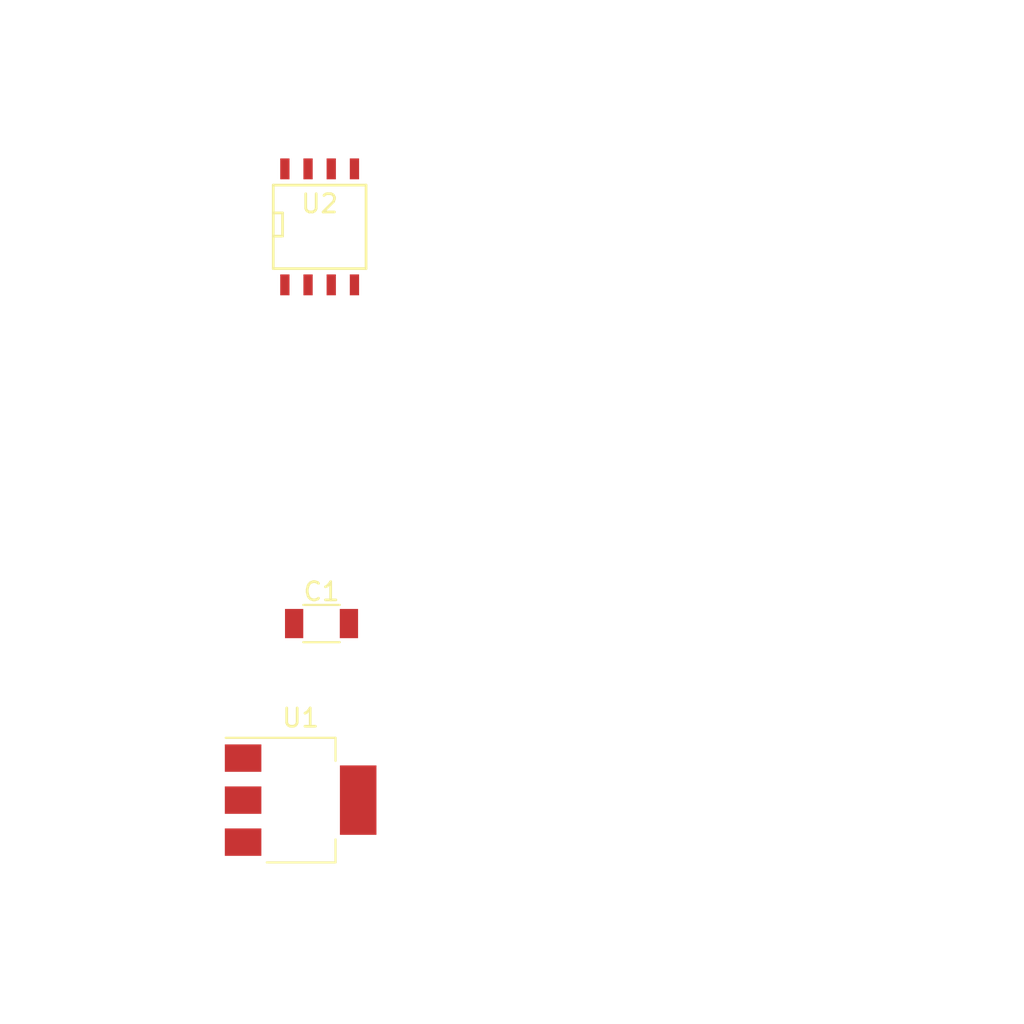
<source format=kicad_pcb>
(kicad_pcb (version 4) (host pcbnew 4.0.7)

  (general
    (links 1)
    (no_connects 1)
    (area 0 0 0 0)
    (thickness 1.6)
    (drawings 4)
    (tracks 0)
    (zones 0)
    (modules 3)
    (nets 2)
  )

  (page A4)
  (layers
    (0 F.Cu signal)
    (31 B.Cu signal)
    (32 B.Adhes user)
    (33 F.Adhes user)
    (34 B.Paste user)
    (35 F.Paste user)
    (36 B.SilkS user)
    (37 F.SilkS user)
    (38 B.Mask user)
    (39 F.Mask user)
    (40 Dwgs.User user)
    (41 Cmts.User user)
    (42 Eco1.User user)
    (43 Eco2.User user)
    (44 Edge.Cuts user)
    (45 Margin user)
    (46 B.CrtYd user)
    (47 F.CrtYd user)
    (48 B.Fab user)
    (49 F.Fab user)
  )

  (setup
    (last_trace_width 0.25)
    (trace_clearance 0.2)
    (zone_clearance 0.508)
    (zone_45_only no)
    (trace_min 0.2)
    (segment_width 0.2)
    (edge_width 0.15)
    (via_size 0.6)
    (via_drill 0.4)
    (via_min_size 0.4)
    (via_min_drill 0.3)
    (uvia_size 0.3)
    (uvia_drill 0.1)
    (uvias_allowed no)
    (uvia_min_size 0.2)
    (uvia_min_drill 0.1)
    (pcb_text_width 0.3)
    (pcb_text_size 1.5 1.5)
    (mod_edge_width 0.15)
    (mod_text_size 1 1)
    (mod_text_width 0.15)
    (pad_size 1.524 1.524)
    (pad_drill 0.762)
    (pad_to_mask_clearance 0.2)
    (aux_axis_origin 0 0)
    (visible_elements FFFFFF7F)
    (pcbplotparams
      (layerselection 0x00030_80000001)
      (usegerberextensions false)
      (excludeedgelayer true)
      (linewidth 0.100000)
      (plotframeref false)
      (viasonmask false)
      (mode 1)
      (useauxorigin false)
      (hpglpennumber 1)
      (hpglpenspeed 20)
      (hpglpendiameter 15)
      (hpglpenoverlay 2)
      (psnegative false)
      (psa4output false)
      (plotreference true)
      (plotvalue true)
      (plotinvisibletext false)
      (padsonsilk false)
      (subtractmaskfromsilk false)
      (outputformat 1)
      (mirror false)
      (drillshape 1)
      (scaleselection 1)
      (outputdirectory ""))
  )

  (net 0 "")
  (net 1 "Net-(C1-Pad1)")

  (net_class Default "This is the default net class."
    (clearance 0.2)
    (trace_width 0.25)
    (via_dia 0.6)
    (via_drill 0.4)
    (uvia_dia 0.3)
    (uvia_drill 0.1)
    (add_net "Net-(C1-Pad1)")
  )

  (module Capacitors_SMD:C_1206 (layer F.Cu) (tedit 58AA84B8) (tstamp 5A89DDD3)
    (at 40.362 51.816)
    (descr "Capacitor SMD 1206, reflow soldering, AVX (see smccp.pdf)")
    (tags "capacitor 1206")
    (path /5A89DDFB)
    (attr smd)
    (fp_text reference C1 (at 0 -1.75) (layer F.SilkS)
      (effects (font (size 1 1) (thickness 0.15)))
    )
    (fp_text value C (at 0 2) (layer F.Fab)
      (effects (font (size 1 1) (thickness 0.15)))
    )
    (fp_text user %R (at 0 -1.75) (layer F.Fab)
      (effects (font (size 1 1) (thickness 0.15)))
    )
    (fp_line (start -1.6 0.8) (end -1.6 -0.8) (layer F.Fab) (width 0.1))
    (fp_line (start 1.6 0.8) (end -1.6 0.8) (layer F.Fab) (width 0.1))
    (fp_line (start 1.6 -0.8) (end 1.6 0.8) (layer F.Fab) (width 0.1))
    (fp_line (start -1.6 -0.8) (end 1.6 -0.8) (layer F.Fab) (width 0.1))
    (fp_line (start 1 -1.02) (end -1 -1.02) (layer F.SilkS) (width 0.12))
    (fp_line (start -1 1.02) (end 1 1.02) (layer F.SilkS) (width 0.12))
    (fp_line (start -2.25 -1.05) (end 2.25 -1.05) (layer F.CrtYd) (width 0.05))
    (fp_line (start -2.25 -1.05) (end -2.25 1.05) (layer F.CrtYd) (width 0.05))
    (fp_line (start 2.25 1.05) (end 2.25 -1.05) (layer F.CrtYd) (width 0.05))
    (fp_line (start 2.25 1.05) (end -2.25 1.05) (layer F.CrtYd) (width 0.05))
    (pad 1 smd rect (at -1.5 0) (size 1 1.6) (layers F.Cu F.Paste F.Mask)
      (net 1 "Net-(C1-Pad1)"))
    (pad 2 smd rect (at 1.5 0) (size 1 1.6) (layers F.Cu F.Paste F.Mask))
    (model Capacitors_SMD.3dshapes/C_1206.wrl
      (at (xyz 0 0 0))
      (scale (xyz 1 1 1))
      (rotate (xyz 0 0 0))
    )
  )

  (module TO_SOT_Packages_SMD:SOT-223 (layer F.Cu) (tedit 58CE4E7E) (tstamp 5A89DDE9)
    (at 39.218 61.482)
    (descr "module CMS SOT223 4 pins")
    (tags "CMS SOT")
    (path /5A89DD22)
    (attr smd)
    (fp_text reference U1 (at 0 -4.5) (layer F.SilkS)
      (effects (font (size 1 1) (thickness 0.15)))
    )
    (fp_text value AP1117-50 (at 0 4.5) (layer F.Fab)
      (effects (font (size 1 1) (thickness 0.15)))
    )
    (fp_text user %R (at 0 0 90) (layer F.Fab)
      (effects (font (size 0.8 0.8) (thickness 0.12)))
    )
    (fp_line (start -1.85 -2.3) (end -0.8 -3.35) (layer F.Fab) (width 0.1))
    (fp_line (start 1.91 3.41) (end 1.91 2.15) (layer F.SilkS) (width 0.12))
    (fp_line (start 1.91 -3.41) (end 1.91 -2.15) (layer F.SilkS) (width 0.12))
    (fp_line (start 4.4 -3.6) (end -4.4 -3.6) (layer F.CrtYd) (width 0.05))
    (fp_line (start 4.4 3.6) (end 4.4 -3.6) (layer F.CrtYd) (width 0.05))
    (fp_line (start -4.4 3.6) (end 4.4 3.6) (layer F.CrtYd) (width 0.05))
    (fp_line (start -4.4 -3.6) (end -4.4 3.6) (layer F.CrtYd) (width 0.05))
    (fp_line (start -1.85 -2.3) (end -1.85 3.35) (layer F.Fab) (width 0.1))
    (fp_line (start -1.85 3.41) (end 1.91 3.41) (layer F.SilkS) (width 0.12))
    (fp_line (start -0.8 -3.35) (end 1.85 -3.35) (layer F.Fab) (width 0.1))
    (fp_line (start -4.1 -3.41) (end 1.91 -3.41) (layer F.SilkS) (width 0.12))
    (fp_line (start -1.85 3.35) (end 1.85 3.35) (layer F.Fab) (width 0.1))
    (fp_line (start 1.85 -3.35) (end 1.85 3.35) (layer F.Fab) (width 0.1))
    (pad 4 smd rect (at 3.15 0) (size 2 3.8) (layers F.Cu F.Paste F.Mask))
    (pad 2 smd rect (at -3.15 0) (size 2 1.5) (layers F.Cu F.Paste F.Mask)
      (net 1 "Net-(C1-Pad1)"))
    (pad 3 smd rect (at -3.15 2.3) (size 2 1.5) (layers F.Cu F.Paste F.Mask))
    (pad 1 smd rect (at -3.15 -2.3) (size 2 1.5) (layers F.Cu F.Paste F.Mask))
    (model ${KISYS3DMOD}/TO_SOT_Packages_SMD.3dshapes/SOT-223.wrl
      (at (xyz 0 0 0))
      (scale (xyz 1 1 1))
      (rotate (xyz 0 0 0))
    )
  )

  (module SMD_Packages:SOIC-8-N (layer F.Cu) (tedit 0) (tstamp 5A89E323)
    (at 40.259 30.099)
    (descr "Module Narrow CMS SOJ 8 pins large")
    (tags "CMS SOJ")
    (path /5A89E2A3)
    (attr smd)
    (fp_text reference U2 (at 0 -1.27) (layer F.SilkS)
      (effects (font (size 1 1) (thickness 0.15)))
    )
    (fp_text value L9110 (at 0 1.27) (layer F.Fab)
      (effects (font (size 1 1) (thickness 0.15)))
    )
    (fp_line (start -2.54 -2.286) (end 2.54 -2.286) (layer F.SilkS) (width 0.15))
    (fp_line (start 2.54 -2.286) (end 2.54 2.286) (layer F.SilkS) (width 0.15))
    (fp_line (start 2.54 2.286) (end -2.54 2.286) (layer F.SilkS) (width 0.15))
    (fp_line (start -2.54 2.286) (end -2.54 -2.286) (layer F.SilkS) (width 0.15))
    (fp_line (start -2.54 -0.762) (end -2.032 -0.762) (layer F.SilkS) (width 0.15))
    (fp_line (start -2.032 -0.762) (end -2.032 0.508) (layer F.SilkS) (width 0.15))
    (fp_line (start -2.032 0.508) (end -2.54 0.508) (layer F.SilkS) (width 0.15))
    (pad 8 smd rect (at -1.905 -3.175) (size 0.508 1.143) (layers F.Cu F.Paste F.Mask))
    (pad 7 smd rect (at -0.635 -3.175) (size 0.508 1.143) (layers F.Cu F.Paste F.Mask))
    (pad 6 smd rect (at 0.635 -3.175) (size 0.508 1.143) (layers F.Cu F.Paste F.Mask))
    (pad 5 smd rect (at 1.905 -3.175) (size 0.508 1.143) (layers F.Cu F.Paste F.Mask))
    (pad 4 smd rect (at 1.905 3.175) (size 0.508 1.143) (layers F.Cu F.Paste F.Mask))
    (pad 3 smd rect (at 0.635 3.175) (size 0.508 1.143) (layers F.Cu F.Paste F.Mask))
    (pad 2 smd rect (at -0.635 3.175) (size 0.508 1.143) (layers F.Cu F.Paste F.Mask))
    (pad 1 smd rect (at -1.905 3.175) (size 0.508 1.143) (layers F.Cu F.Paste F.Mask))
    (model SMD_Packages.3dshapes/SOIC-8-N.wrl
      (at (xyz 0 0 0))
      (scale (xyz 0.5 0.38 0.5))
      (rotate (xyz 0 0 0))
    )
  )

  (gr_line (start 22.86 73.66) (end 22.86 17.78) (layer Eco2.User) (width 0.2))
  (gr_line (start 78.74 73.66) (end 22.86 73.66) (layer Eco2.User) (width 0.2))
  (gr_line (start 78.74 17.78) (end 78.74 73.66) (layer Eco2.User) (width 0.2))
  (gr_line (start 22.86 17.78) (end 78.74 17.78) (layer Eco2.User) (width 0.2))

)

</source>
